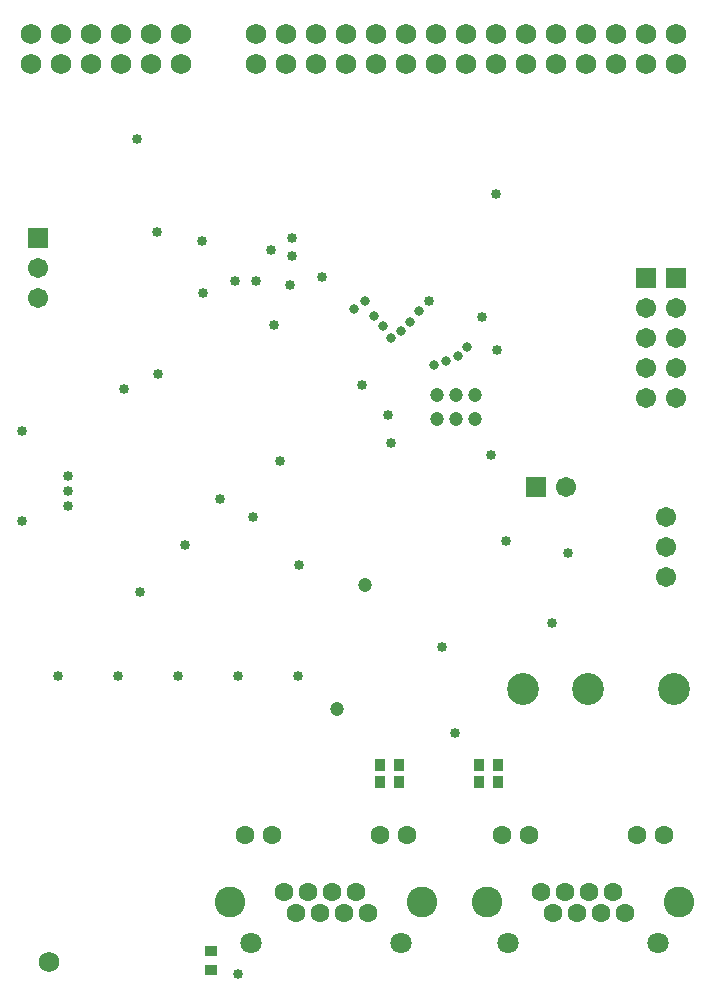
<source format=gbs>
G04*
G04 #@! TF.GenerationSoftware,Altium Limited,Altium Designer,22.4.2 (48)*
G04*
G04 Layer_Color=16711935*
%FSLAX25Y25*%
%MOIN*%
G70*
G04*
G04 #@! TF.SameCoordinates,FF2FCFC6-B216-42DF-8982-F8550F838FBC*
G04*
G04*
G04 #@! TF.FilePolarity,Negative*
G04*
G01*
G75*
%ADD50R,0.04147X0.03556*%
%ADD54C,0.10642*%
%ADD55C,0.06706*%
%ADD56R,0.06706X0.06706*%
%ADD57R,0.06706X0.06706*%
%ADD58C,0.06800*%
%ADD59C,0.06312*%
%ADD60C,0.10249*%
%ADD61C,0.07099*%
%ADD62C,0.03359*%
%ADD63C,0.04737*%
%ADD64C,0.03162*%
%ADD82R,0.03556X0.04147*%
D50*
X169500Y112752D02*
D03*
Y119248D02*
D03*
D54*
X295260Y206500D02*
D03*
X273606D02*
D03*
X324000D02*
D03*
D55*
X321285Y264000D02*
D03*
Y254000D02*
D03*
Y244000D02*
D03*
X288000Y274000D02*
D03*
X314356Y303500D02*
D03*
X324356D02*
D03*
X314356Y313500D02*
D03*
X324356D02*
D03*
Y323500D02*
D03*
X314356Y333500D02*
D03*
X324356D02*
D03*
X314356Y323500D02*
D03*
X112000Y347000D02*
D03*
Y337000D02*
D03*
D56*
X278000Y274000D02*
D03*
D57*
X314356Y343500D02*
D03*
X324356D02*
D03*
X112000Y357000D02*
D03*
D58*
X109500Y425000D02*
D03*
X119500D02*
D03*
X129500D02*
D03*
X139500D02*
D03*
X149500D02*
D03*
X159500D02*
D03*
Y415000D02*
D03*
X149500D02*
D03*
X109500D02*
D03*
X119500D02*
D03*
X129500D02*
D03*
X139500D02*
D03*
X234500Y425000D02*
D03*
X244500D02*
D03*
X254500D02*
D03*
X264500D02*
D03*
X274500D02*
D03*
X284500D02*
D03*
X294500D02*
D03*
X304500D02*
D03*
X314500D02*
D03*
X324500D02*
D03*
Y415000D02*
D03*
X314500D02*
D03*
X304500D02*
D03*
X294500D02*
D03*
X284500D02*
D03*
X274500D02*
D03*
X264500D02*
D03*
X254500D02*
D03*
X244500D02*
D03*
X234500D02*
D03*
X224500Y425000D02*
D03*
X214500D02*
D03*
X204500D02*
D03*
X194500D02*
D03*
X184500D02*
D03*
X224500Y415000D02*
D03*
X214500D02*
D03*
X204500D02*
D03*
X194500D02*
D03*
X184500D02*
D03*
X115500Y115417D02*
D03*
D59*
X307500Y132000D02*
D03*
X303484Y139008D02*
D03*
X299468Y132000D02*
D03*
X295453Y139008D02*
D03*
X291437Y132000D02*
D03*
X287421Y139008D02*
D03*
X283405Y132000D02*
D03*
X279390Y139008D02*
D03*
X320453Y157984D02*
D03*
X311437D02*
D03*
X275453D02*
D03*
X266437D02*
D03*
X222000Y132000D02*
D03*
X217984Y139008D02*
D03*
X213968Y132000D02*
D03*
X209953Y139008D02*
D03*
X205937Y132000D02*
D03*
X201921Y139008D02*
D03*
X197906Y132000D02*
D03*
X193890Y139008D02*
D03*
X234953Y157984D02*
D03*
X225937D02*
D03*
X189953D02*
D03*
X180937D02*
D03*
D60*
X325433Y135504D02*
D03*
X261457D02*
D03*
X239933D02*
D03*
X175957D02*
D03*
D61*
X318445Y122000D02*
D03*
X268445D02*
D03*
X232945D02*
D03*
X182945D02*
D03*
D62*
X263000Y284500D02*
D03*
X229500Y288500D02*
D03*
X288500Y251953D02*
D03*
X189500Y353000D02*
D03*
X199000Y248000D02*
D03*
X268000Y256000D02*
D03*
X138500Y211000D02*
D03*
X118500D02*
D03*
X158440Y210945D02*
D03*
X178500Y111500D02*
D03*
X146000Y239000D02*
D03*
X198440Y210945D02*
D03*
X283150Y228425D02*
D03*
X184500Y342500D02*
D03*
X220000Y308000D02*
D03*
X196000Y341280D02*
D03*
X190500Y328000D02*
D03*
X167000Y338500D02*
D03*
X166500Y356000D02*
D03*
X260000Y330500D02*
D03*
X246500Y220500D02*
D03*
X177500Y342500D02*
D03*
X250940Y191945D02*
D03*
X178440Y210945D02*
D03*
X264440Y371445D02*
D03*
X196500Y357000D02*
D03*
X242192Y335808D02*
D03*
X265000Y319500D02*
D03*
X122000Y277500D02*
D03*
Y272500D02*
D03*
Y267500D02*
D03*
X161000Y254500D02*
D03*
X151440Y358898D02*
D03*
X144940Y389945D02*
D03*
X152000Y311500D02*
D03*
X183500Y264000D02*
D03*
X140500Y306500D02*
D03*
X172500Y270000D02*
D03*
X228500Y298000D02*
D03*
X192500Y282500D02*
D03*
X106500Y262500D02*
D03*
Y292500D02*
D03*
X206500Y344000D02*
D03*
X196500Y351000D02*
D03*
D63*
X211500Y200000D02*
D03*
X257429Y296500D02*
D03*
X245000Y304500D02*
D03*
X245000Y296500D02*
D03*
X251214D02*
D03*
X220926Y241101D02*
D03*
X257429Y304500D02*
D03*
X251214D02*
D03*
D64*
X255000Y320500D02*
D03*
X248000Y316000D02*
D03*
X252000Y317500D02*
D03*
X244000Y314500D02*
D03*
X236000Y329000D02*
D03*
X239000Y332500D02*
D03*
X233000Y326000D02*
D03*
X221000Y336000D02*
D03*
X229500Y323500D02*
D03*
X227000Y327500D02*
D03*
X224000Y331000D02*
D03*
X217260Y333198D02*
D03*
D82*
X258752Y181250D02*
D03*
X265248D02*
D03*
X258752Y175500D02*
D03*
X265248D02*
D03*
X232272D02*
D03*
X225776D02*
D03*
X232248Y181250D02*
D03*
X225752D02*
D03*
M02*

</source>
